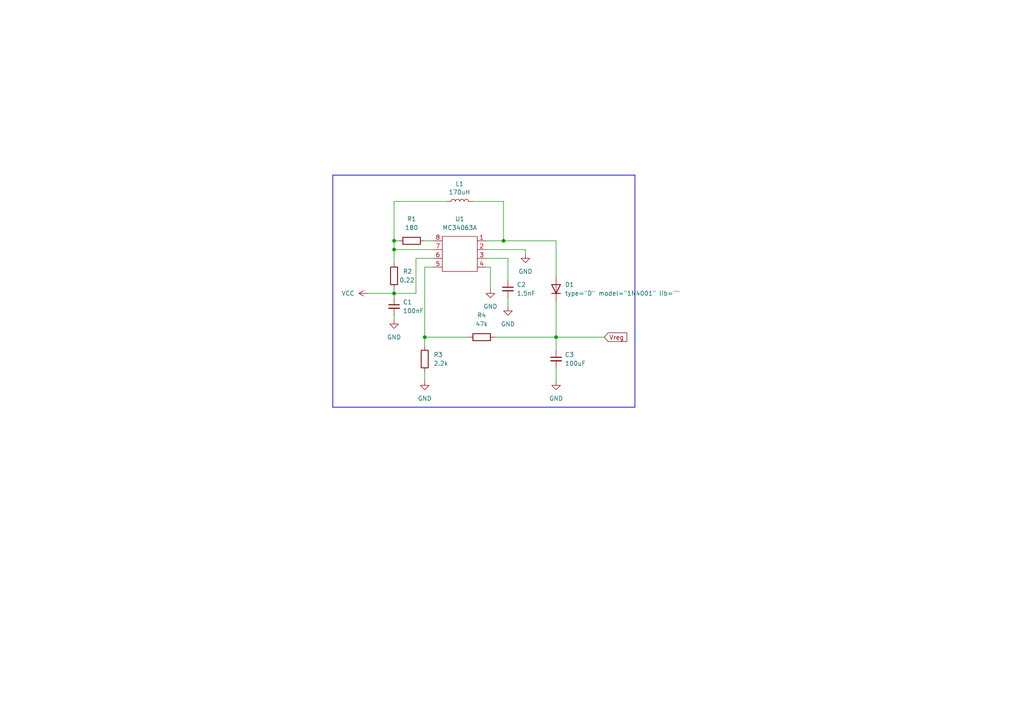
<source format=kicad_sch>
(kicad_sch (version 20211123) (generator eeschema)

  (uuid 122059e6-be23-46ea-ac53-6562d4fbfd9f)

  (paper "A4")

  (lib_symbols
    (symbol "Device:C_Small" (pin_numbers hide) (pin_names (offset 0.254) hide) (in_bom yes) (on_board yes)
      (property "Reference" "C" (id 0) (at 0.254 1.778 0)
        (effects (font (size 1.27 1.27)) (justify left))
      )
      (property "Value" "C_Small" (id 1) (at 0.254 -2.032 0)
        (effects (font (size 1.27 1.27)) (justify left))
      )
      (property "Footprint" "" (id 2) (at 0 0 0)
        (effects (font (size 1.27 1.27)) hide)
      )
      (property "Datasheet" "~" (id 3) (at 0 0 0)
        (effects (font (size 1.27 1.27)) hide)
      )
      (property "ki_keywords" "capacitor cap" (id 4) (at 0 0 0)
        (effects (font (size 1.27 1.27)) hide)
      )
      (property "ki_description" "Unpolarized capacitor, small symbol" (id 5) (at 0 0 0)
        (effects (font (size 1.27 1.27)) hide)
      )
      (property "ki_fp_filters" "C_*" (id 6) (at 0 0 0)
        (effects (font (size 1.27 1.27)) hide)
      )
      (symbol "C_Small_0_1"
        (polyline
          (pts
            (xy -1.524 -0.508)
            (xy 1.524 -0.508)
          )
          (stroke (width 0.3302) (type default) (color 0 0 0 0))
          (fill (type none))
        )
        (polyline
          (pts
            (xy -1.524 0.508)
            (xy 1.524 0.508)
          )
          (stroke (width 0.3048) (type default) (color 0 0 0 0))
          (fill (type none))
        )
      )
      (symbol "C_Small_1_1"
        (pin passive line (at 0 2.54 270) (length 2.032)
          (name "~" (effects (font (size 1.27 1.27))))
          (number "1" (effects (font (size 1.27 1.27))))
        )
        (pin passive line (at 0 -2.54 90) (length 2.032)
          (name "~" (effects (font (size 1.27 1.27))))
          (number "2" (effects (font (size 1.27 1.27))))
        )
      )
    )
    (symbol "Device:L" (pin_numbers hide) (pin_names (offset 1.016) hide) (in_bom yes) (on_board yes)
      (property "Reference" "L" (id 0) (at -1.27 0 90)
        (effects (font (size 1.27 1.27)))
      )
      (property "Value" "L" (id 1) (at 1.905 0 90)
        (effects (font (size 1.27 1.27)))
      )
      (property "Footprint" "" (id 2) (at 0 0 0)
        (effects (font (size 1.27 1.27)) hide)
      )
      (property "Datasheet" "~" (id 3) (at 0 0 0)
        (effects (font (size 1.27 1.27)) hide)
      )
      (property "ki_keywords" "inductor choke coil reactor magnetic" (id 4) (at 0 0 0)
        (effects (font (size 1.27 1.27)) hide)
      )
      (property "ki_description" "Inductor" (id 5) (at 0 0 0)
        (effects (font (size 1.27 1.27)) hide)
      )
      (property "ki_fp_filters" "Choke_* *Coil* Inductor_* L_*" (id 6) (at 0 0 0)
        (effects (font (size 1.27 1.27)) hide)
      )
      (symbol "L_0_1"
        (arc (start 0 -2.54) (mid 0.635 -1.905) (end 0 -1.27)
          (stroke (width 0) (type default) (color 0 0 0 0))
          (fill (type none))
        )
        (arc (start 0 -1.27) (mid 0.635 -0.635) (end 0 0)
          (stroke (width 0) (type default) (color 0 0 0 0))
          (fill (type none))
        )
        (arc (start 0 0) (mid 0.635 0.635) (end 0 1.27)
          (stroke (width 0) (type default) (color 0 0 0 0))
          (fill (type none))
        )
        (arc (start 0 1.27) (mid 0.635 1.905) (end 0 2.54)
          (stroke (width 0) (type default) (color 0 0 0 0))
          (fill (type none))
        )
      )
      (symbol "L_1_1"
        (pin passive line (at 0 3.81 270) (length 1.27)
          (name "1" (effects (font (size 1.27 1.27))))
          (number "1" (effects (font (size 1.27 1.27))))
        )
        (pin passive line (at 0 -3.81 90) (length 1.27)
          (name "2" (effects (font (size 1.27 1.27))))
          (number "2" (effects (font (size 1.27 1.27))))
        )
      )
    )
    (symbol "Device:R" (pin_numbers hide) (pin_names (offset 0)) (in_bom yes) (on_board yes)
      (property "Reference" "R" (id 0) (at 2.032 0 90)
        (effects (font (size 1.27 1.27)))
      )
      (property "Value" "R" (id 1) (at 0 0 90)
        (effects (font (size 1.27 1.27)))
      )
      (property "Footprint" "" (id 2) (at -1.778 0 90)
        (effects (font (size 1.27 1.27)) hide)
      )
      (property "Datasheet" "~" (id 3) (at 0 0 0)
        (effects (font (size 1.27 1.27)) hide)
      )
      (property "ki_keywords" "R res resistor" (id 4) (at 0 0 0)
        (effects (font (size 1.27 1.27)) hide)
      )
      (property "ki_description" "Resistor" (id 5) (at 0 0 0)
        (effects (font (size 1.27 1.27)) hide)
      )
      (property "ki_fp_filters" "R_*" (id 6) (at 0 0 0)
        (effects (font (size 1.27 1.27)) hide)
      )
      (symbol "R_0_1"
        (rectangle (start -1.016 -2.54) (end 1.016 2.54)
          (stroke (width 0.254) (type default) (color 0 0 0 0))
          (fill (type none))
        )
      )
      (symbol "R_1_1"
        (pin passive line (at 0 3.81 270) (length 1.27)
          (name "~" (effects (font (size 1.27 1.27))))
          (number "1" (effects (font (size 1.27 1.27))))
        )
        (pin passive line (at 0 -3.81 90) (length 1.27)
          (name "~" (effects (font (size 1.27 1.27))))
          (number "2" (effects (font (size 1.27 1.27))))
        )
      )
    )
    (symbol "Simulation_SPICE:DIODE" (pin_numbers hide) (pin_names (offset 1.016) hide) (in_bom yes) (on_board yes)
      (property "Reference" "D" (id 0) (at 0 2.54 0)
        (effects (font (size 1.27 1.27)))
      )
      (property "Value" "DIODE" (id 1) (at 0 -2.54 0)
        (effects (font (size 1.27 1.27)))
      )
      (property "Footprint" "" (id 2) (at 0 0 0)
        (effects (font (size 1.27 1.27)) hide)
      )
      (property "Datasheet" "~" (id 3) (at 0 0 0)
        (effects (font (size 1.27 1.27)) hide)
      )
      (property "Spice_Netlist_Enabled" "Y" (id 4) (at 0 0 0)
        (effects (font (size 1.27 1.27)) (justify left) hide)
      )
      (property "Spice_Primitive" "D" (id 5) (at 0 0 0)
        (effects (font (size 1.27 1.27)) (justify left) hide)
      )
      (property "ki_keywords" "simulation" (id 6) (at 0 0 0)
        (effects (font (size 1.27 1.27)) hide)
      )
      (property "ki_description" "Diode, anode on pin 1, for simulation only!" (id 7) (at 0 0 0)
        (effects (font (size 1.27 1.27)) hide)
      )
      (symbol "DIODE_0_1"
        (polyline
          (pts
            (xy 1.27 0)
            (xy -1.27 0)
          )
          (stroke (width 0) (type default) (color 0 0 0 0))
          (fill (type none))
        )
        (polyline
          (pts
            (xy 1.27 1.27)
            (xy 1.27 -1.27)
          )
          (stroke (width 0.254) (type default) (color 0 0 0 0))
          (fill (type none))
        )
        (polyline
          (pts
            (xy -1.27 -1.27)
            (xy -1.27 1.27)
            (xy 1.27 0)
            (xy -1.27 -1.27)
          )
          (stroke (width 0.254) (type default) (color 0 0 0 0))
          (fill (type none))
        )
      )
      (symbol "DIODE_1_1"
        (pin passive line (at -3.81 0 0) (length 2.54)
          (name "A" (effects (font (size 1.27 1.27))))
          (number "1" (effects (font (size 1.27 1.27))))
        )
        (pin passive line (at 3.81 0 180) (length 2.54)
          (name "K" (effects (font (size 1.27 1.27))))
          (number "2" (effects (font (size 1.27 1.27))))
        )
      )
    )
    (symbol "custom:MC34063A" (in_bom yes) (on_board yes)
      (property "Reference" "U" (id 0) (at 0 0 0)
        (effects (font (size 1.27 1.27)))
      )
      (property "Value" "MC34063A" (id 1) (at 0 -2.54 0)
        (effects (font (size 1.27 1.27)))
      )
      (property "Footprint" "" (id 2) (at 0 0 0)
        (effects (font (size 1.27 1.27)) hide)
      )
      (property "Datasheet" "" (id 3) (at 0 0 0)
        (effects (font (size 1.27 1.27)) hide)
      )
      (symbol "MC34063A_0_1"
        (rectangle (start -5.08 -5.08) (end 5.08 -15.24)
          (stroke (width 0) (type default) (color 0 0 0 0))
          (fill (type none))
        )
      )
      (symbol "MC34063A_1_1"
        (pin free line (at 7.62 -6.35 180) (length 2.54)
          (name "" (effects (font (size 1.27 1.27))))
          (number "1" (effects (font (size 1.27 1.27))))
        )
        (pin free line (at 7.62 -8.89 180) (length 2.54)
          (name "" (effects (font (size 1.27 1.27))))
          (number "2" (effects (font (size 1.27 1.27))))
        )
        (pin free line (at 7.62 -11.43 180) (length 2.54)
          (name "" (effects (font (size 1.27 1.27))))
          (number "3" (effects (font (size 1.27 1.27))))
        )
        (pin free line (at 7.62 -13.97 180) (length 2.54)
          (name "" (effects (font (size 1.27 1.27))))
          (number "4" (effects (font (size 1.27 1.27))))
        )
        (pin free line (at -7.62 -13.97 0) (length 2.54)
          (name "" (effects (font (size 1.27 1.27))))
          (number "5" (effects (font (size 1.27 1.27))))
        )
        (pin free line (at -7.62 -11.43 0) (length 2.54)
          (name "" (effects (font (size 1.27 1.27))))
          (number "6" (effects (font (size 1.27 1.27))))
        )
        (pin free line (at -7.62 -8.89 0) (length 2.54)
          (name "" (effects (font (size 1.27 1.27))))
          (number "7" (effects (font (size 1.27 1.27))))
        )
        (pin free line (at -7.62 -6.35 0) (length 2.54)
          (name "" (effects (font (size 1.27 1.27))))
          (number "8" (effects (font (size 1.27 1.27))))
        )
      )
    )
    (symbol "power:GND" (power) (pin_names (offset 0)) (in_bom yes) (on_board yes)
      (property "Reference" "#PWR" (id 0) (at 0 -6.35 0)
        (effects (font (size 1.27 1.27)) hide)
      )
      (property "Value" "GND" (id 1) (at 0 -3.81 0)
        (effects (font (size 1.27 1.27)))
      )
      (property "Footprint" "" (id 2) (at 0 0 0)
        (effects (font (size 1.27 1.27)) hide)
      )
      (property "Datasheet" "" (id 3) (at 0 0 0)
        (effects (font (size 1.27 1.27)) hide)
      )
      (property "ki_keywords" "power-flag" (id 4) (at 0 0 0)
        (effects (font (size 1.27 1.27)) hide)
      )
      (property "ki_description" "Power symbol creates a global label with name \"GND\" , ground" (id 5) (at 0 0 0)
        (effects (font (size 1.27 1.27)) hide)
      )
      (symbol "GND_0_1"
        (polyline
          (pts
            (xy 0 0)
            (xy 0 -1.27)
            (xy 1.27 -1.27)
            (xy 0 -2.54)
            (xy -1.27 -1.27)
            (xy 0 -1.27)
          )
          (stroke (width 0) (type default) (color 0 0 0 0))
          (fill (type none))
        )
      )
      (symbol "GND_1_1"
        (pin power_in line (at 0 0 270) (length 0) hide
          (name "GND" (effects (font (size 1.27 1.27))))
          (number "1" (effects (font (size 1.27 1.27))))
        )
      )
    )
    (symbol "power:VCC" (power) (pin_names (offset 0)) (in_bom yes) (on_board yes)
      (property "Reference" "#PWR" (id 0) (at 0 -3.81 0)
        (effects (font (size 1.27 1.27)) hide)
      )
      (property "Value" "VCC" (id 1) (at 0 3.81 0)
        (effects (font (size 1.27 1.27)))
      )
      (property "Footprint" "" (id 2) (at 0 0 0)
        (effects (font (size 1.27 1.27)) hide)
      )
      (property "Datasheet" "" (id 3) (at 0 0 0)
        (effects (font (size 1.27 1.27)) hide)
      )
      (property "ki_keywords" "power-flag" (id 4) (at 0 0 0)
        (effects (font (size 1.27 1.27)) hide)
      )
      (property "ki_description" "Power symbol creates a global label with name \"VCC\"" (id 5) (at 0 0 0)
        (effects (font (size 1.27 1.27)) hide)
      )
      (symbol "VCC_0_1"
        (polyline
          (pts
            (xy -0.762 1.27)
            (xy 0 2.54)
          )
          (stroke (width 0) (type default) (color 0 0 0 0))
          (fill (type none))
        )
        (polyline
          (pts
            (xy 0 0)
            (xy 0 2.54)
          )
          (stroke (width 0) (type default) (color 0 0 0 0))
          (fill (type none))
        )
        (polyline
          (pts
            (xy 0 2.54)
            (xy 0.762 1.27)
          )
          (stroke (width 0) (type default) (color 0 0 0 0))
          (fill (type none))
        )
      )
      (symbol "VCC_1_1"
        (pin power_in line (at 0 0 90) (length 0) hide
          (name "VCC" (effects (font (size 1.27 1.27))))
          (number "1" (effects (font (size 1.27 1.27))))
        )
      )
    )
  )

  (junction (at 114.3 85.09) (diameter 0) (color 0 0 0 0)
    (uuid 15b2c837-d779-4dcc-8fa4-0ac1393fec0c)
  )
  (junction (at 114.3 72.39) (diameter 0) (color 0 0 0 0)
    (uuid 1e2f336b-ff43-4d6d-81bd-a73b4c81b4f1)
  )
  (junction (at 123.19 97.79) (diameter 0) (color 0 0 0 0)
    (uuid 9d171ff5-d99a-4d3b-b37b-d160bfc1a204)
  )
  (junction (at 146.05 69.85) (diameter 0) (color 0 0 0 0)
    (uuid 9fae193c-3332-4ec7-b7ee-52d0d4fcaaf8)
  )
  (junction (at 114.3 69.85) (diameter 0) (color 0 0 0 0)
    (uuid d398fdbb-ab68-484c-ba5a-215f03c197fc)
  )
  (junction (at 161.29 97.79) (diameter 0) (color 0 0 0 0)
    (uuid db5d0b76-47c7-4556-be56-e26ea5e9e13f)
  )

  (wire (pts (xy 114.3 91.44) (xy 114.3 92.71))
    (stroke (width 0) (type default) (color 0 0 0 0))
    (uuid 046522e1-aee1-44a7-b4ae-982c97d069ad)
  )
  (wire (pts (xy 120.65 74.93) (xy 125.73 74.93))
    (stroke (width 0) (type default) (color 0 0 0 0))
    (uuid 08760085-85c1-4f26-bb53-fcd96b34748c)
  )
  (wire (pts (xy 114.3 69.85) (xy 114.3 58.42))
    (stroke (width 0) (type default) (color 0 0 0 0))
    (uuid 0e856b03-c14d-41e8-ac2b-755444dd6752)
  )
  (wire (pts (xy 146.05 69.85) (xy 161.29 69.85))
    (stroke (width 0) (type default) (color 0 0 0 0))
    (uuid 12665b32-8fbd-465c-81ab-86ab5b0e702a)
  )
  (wire (pts (xy 142.24 77.47) (xy 142.24 83.82))
    (stroke (width 0) (type default) (color 0 0 0 0))
    (uuid 17fe4358-fb21-484f-b8bd-7a437a3aee0d)
  )
  (polyline (pts (xy 184.15 50.8) (xy 96.52 50.8))
    (stroke (width 0.2) (type solid) (color 0 0 0 0))
    (uuid 30cebbd1-5030-4d9b-b123-28e90d071bc9)
  )

  (wire (pts (xy 114.3 69.85) (xy 114.3 72.39))
    (stroke (width 0) (type default) (color 0 0 0 0))
    (uuid 33765824-f36e-4246-9b4a-1ef90480d3fa)
  )
  (wire (pts (xy 123.19 107.95) (xy 123.19 110.49))
    (stroke (width 0) (type default) (color 0 0 0 0))
    (uuid 40a0bbaa-8c2a-4271-8a87-f50dfb462e9e)
  )
  (wire (pts (xy 114.3 83.82) (xy 114.3 85.09))
    (stroke (width 0) (type default) (color 0 0 0 0))
    (uuid 4717552f-e167-40f1-9ff5-0f224616bbef)
  )
  (polyline (pts (xy 96.52 50.8) (xy 96.52 118.11))
    (stroke (width 0.2) (type solid) (color 0 0 0 0))
    (uuid 4b1acee8-a69b-4dcd-afce-126c406617a2)
  )

  (wire (pts (xy 161.29 69.85) (xy 161.29 80.01))
    (stroke (width 0) (type default) (color 0 0 0 0))
    (uuid 4d78dfe5-03f2-4c33-b4a1-2f18bdaad215)
  )
  (wire (pts (xy 140.97 77.47) (xy 142.24 77.47))
    (stroke (width 0) (type default) (color 0 0 0 0))
    (uuid 5e5522dc-0a11-48e1-85b1-639c69522742)
  )
  (wire (pts (xy 120.65 85.09) (xy 120.65 74.93))
    (stroke (width 0) (type default) (color 0 0 0 0))
    (uuid 63cd540e-2bc1-4236-a25d-1cbd621683f2)
  )
  (wire (pts (xy 106.68 85.09) (xy 114.3 85.09))
    (stroke (width 0) (type default) (color 0 0 0 0))
    (uuid 65f4d6f5-b502-4173-be71-917160f60a78)
  )
  (wire (pts (xy 125.73 77.47) (xy 123.19 77.47))
    (stroke (width 0) (type default) (color 0 0 0 0))
    (uuid 66fa52d6-7cf2-4dad-8154-e607890679b7)
  )
  (wire (pts (xy 114.3 69.85) (xy 115.57 69.85))
    (stroke (width 0) (type default) (color 0 0 0 0))
    (uuid 68f36850-4934-45b2-8515-68ccd71b9f20)
  )
  (wire (pts (xy 152.4 72.39) (xy 152.4 73.66))
    (stroke (width 0) (type default) (color 0 0 0 0))
    (uuid 6bf4b5d2-68bf-4175-a244-dc44cf26a4fa)
  )
  (wire (pts (xy 147.32 86.36) (xy 147.32 88.9))
    (stroke (width 0) (type default) (color 0 0 0 0))
    (uuid 7208c50e-70b6-4561-bd85-dd7f43d245c9)
  )
  (wire (pts (xy 140.97 74.93) (xy 147.32 74.93))
    (stroke (width 0) (type default) (color 0 0 0 0))
    (uuid 72c593f1-12f6-42d2-bed9-e48bf11ae6dd)
  )
  (wire (pts (xy 123.19 77.47) (xy 123.19 97.79))
    (stroke (width 0) (type default) (color 0 0 0 0))
    (uuid 73d95285-f447-48b9-8a11-33d27e441d9c)
  )
  (wire (pts (xy 123.19 69.85) (xy 125.73 69.85))
    (stroke (width 0) (type default) (color 0 0 0 0))
    (uuid 7767b946-1cff-47a6-abf0-83e690f89cde)
  )
  (wire (pts (xy 114.3 85.09) (xy 114.3 86.36))
    (stroke (width 0) (type default) (color 0 0 0 0))
    (uuid 7e5d8197-2f03-4536-8f9d-6cfe0a696e32)
  )
  (polyline (pts (xy 96.52 118.11) (xy 184.15 118.11))
    (stroke (width 0.2) (type solid) (color 0 0 0 0))
    (uuid 8080e259-34ee-4ad4-b1d6-eae5d30f2cea)
  )

  (wire (pts (xy 147.32 74.93) (xy 147.32 81.28))
    (stroke (width 0) (type default) (color 0 0 0 0))
    (uuid 8a0751c6-5678-4a2f-b5dc-95e6a75fc72d)
  )
  (wire (pts (xy 114.3 58.42) (xy 129.54 58.42))
    (stroke (width 0) (type default) (color 0 0 0 0))
    (uuid 9a1f9e77-a132-469c-875a-f014ecdf9e2c)
  )
  (wire (pts (xy 161.29 97.79) (xy 161.29 101.6))
    (stroke (width 0) (type default) (color 0 0 0 0))
    (uuid a9b6a540-015e-457d-b229-9f0a0aa6dc7b)
  )
  (wire (pts (xy 123.19 97.79) (xy 135.89 97.79))
    (stroke (width 0) (type default) (color 0 0 0 0))
    (uuid ab84e122-c5df-4a1a-a0e6-9cc57c893134)
  )
  (wire (pts (xy 137.16 58.42) (xy 146.05 58.42))
    (stroke (width 0) (type default) (color 0 0 0 0))
    (uuid ad417f31-4e5a-4d2a-9451-128721d6987f)
  )
  (wire (pts (xy 140.97 72.39) (xy 152.4 72.39))
    (stroke (width 0) (type default) (color 0 0 0 0))
    (uuid b6994704-c58a-4b36-accd-4d527ca0149b)
  )
  (wire (pts (xy 114.3 72.39) (xy 125.73 72.39))
    (stroke (width 0) (type default) (color 0 0 0 0))
    (uuid b8004dba-b374-4886-bb3c-c0a826fe252d)
  )
  (wire (pts (xy 161.29 106.68) (xy 161.29 110.49))
    (stroke (width 0) (type default) (color 0 0 0 0))
    (uuid cc2de769-f54a-4cad-816c-3f13726d0480)
  )
  (wire (pts (xy 123.19 97.79) (xy 123.19 100.33))
    (stroke (width 0) (type default) (color 0 0 0 0))
    (uuid d37e76d8-9e1d-422e-b54c-5e51498cab84)
  )
  (wire (pts (xy 146.05 58.42) (xy 146.05 69.85))
    (stroke (width 0) (type default) (color 0 0 0 0))
    (uuid d4aede7f-3d4f-4772-836d-4395e6659997)
  )
  (wire (pts (xy 161.29 97.79) (xy 175.26 97.79))
    (stroke (width 0) (type default) (color 0 0 0 0))
    (uuid d5ed4cc4-a4ff-4f4e-a6f4-d9c30e8c56ed)
  )
  (wire (pts (xy 143.51 97.79) (xy 161.29 97.79))
    (stroke (width 0) (type default) (color 0 0 0 0))
    (uuid d902b03c-855e-4874-a48c-96e888586dfc)
  )
  (wire (pts (xy 114.3 85.09) (xy 120.65 85.09))
    (stroke (width 0) (type default) (color 0 0 0 0))
    (uuid dbb12bd2-a58b-463b-af6c-6f7879efbe92)
  )
  (polyline (pts (xy 184.15 118.11) (xy 184.15 50.8))
    (stroke (width 0.2) (type solid) (color 0 0 0 0))
    (uuid ee7db35c-e8ba-4787-be2a-259b631cc729)
  )

  (wire (pts (xy 146.05 69.85) (xy 140.97 69.85))
    (stroke (width 0) (type default) (color 0 0 0 0))
    (uuid ef83ae04-f2f8-421a-b289-dce74b65e541)
  )
  (wire (pts (xy 114.3 72.39) (xy 114.3 76.2))
    (stroke (width 0) (type default) (color 0 0 0 0))
    (uuid f454d156-63ec-4c7a-8bd0-d9fe815c620d)
  )
  (wire (pts (xy 161.29 97.79) (xy 161.29 87.63))
    (stroke (width 0) (type default) (color 0 0 0 0))
    (uuid fcbc4e45-32bd-468d-b369-6462d1f6d279)
  )

  (global_label "Vreg" (shape input) (at 175.26 97.79 0) (fields_autoplaced)
    (effects (font (size 1.27 1.27)) (justify left))
    (uuid a04b4408-7bfd-4bf9-889f-f2310416d05e)
    (property "Intersheet References" "${INTERSHEET_REFS}" (id 0) (at 181.7855 97.7106 0)
      (effects (font (size 1.27 1.27)) (justify left) hide)
    )
  )

  (symbol (lib_id "power:VCC") (at 106.68 85.09 90) (unit 1)
    (in_bom yes) (on_board yes) (fields_autoplaced)
    (uuid 0068eaf6-1c2a-4c95-9103-49927e756f84)
    (property "Reference" "#PWR0106" (id 0) (at 110.49 85.09 0)
      (effects (font (size 1.27 1.27)) hide)
    )
    (property "Value" "VCC" (id 1) (at 102.87 85.0899 90)
      (effects (font (size 1.27 1.27)) (justify left))
    )
    (property "Footprint" "" (id 2) (at 106.68 85.09 0)
      (effects (font (size 1.27 1.27)) hide)
    )
    (property "Datasheet" "" (id 3) (at 106.68 85.09 0)
      (effects (font (size 1.27 1.27)) hide)
    )
    (pin "1" (uuid 11da99d8-ff48-418a-9302-8f20e4167b4a))
  )

  (symbol (lib_id "Device:R") (at 114.3 80.01 180) (unit 1)
    (in_bom yes) (on_board yes)
    (uuid 0d48d927-0c62-490c-8616-63370b7e19ae)
    (property "Reference" "R2" (id 0) (at 116.84 78.7399 0)
      (effects (font (size 1.27 1.27)) (justify right))
    )
    (property "Value" "" (id 1) (at 115.8149 81.2689 0)
      (effects (font (size 1.27 1.27)) (justify right))
    )
    (property "Footprint" "" (id 2) (at 116.078 80.01 90)
      (effects (font (size 1.27 1.27)) hide)
    )
    (property "Datasheet" "~" (id 3) (at 114.3 80.01 0)
      (effects (font (size 1.27 1.27)) hide)
    )
    (pin "1" (uuid 5865a977-01de-4a27-a30a-62ed599cc7b6))
    (pin "2" (uuid 9171975a-7a11-471b-a550-cf01255601c1))
  )

  (symbol (lib_id "Device:R") (at 123.19 104.14 180) (unit 1)
    (in_bom yes) (on_board yes) (fields_autoplaced)
    (uuid 17059d7a-2c5c-4186-a2b5-cee0006b7dd0)
    (property "Reference" "R3" (id 0) (at 125.73 102.8699 0)
      (effects (font (size 1.27 1.27)) (justify right))
    )
    (property "Value" "" (id 1) (at 125.73 105.4099 0)
      (effects (font (size 1.27 1.27)) (justify right))
    )
    (property "Footprint" "" (id 2) (at 124.968 104.14 90)
      (effects (font (size 1.27 1.27)) hide)
    )
    (property "Datasheet" "~" (id 3) (at 123.19 104.14 0)
      (effects (font (size 1.27 1.27)) hide)
    )
    (pin "1" (uuid 8927df92-d047-438e-a566-80abe6b4e5ea))
    (pin "2" (uuid 2f79c1e2-01d4-4489-9f28-ae7d53865e94))
  )

  (symbol (lib_id "power:GND") (at 142.24 83.82 0) (unit 1)
    (in_bom yes) (on_board yes) (fields_autoplaced)
    (uuid 186f1c5d-adbf-4dc4-8be3-c86f413af14b)
    (property "Reference" "#PWR0104" (id 0) (at 142.24 90.17 0)
      (effects (font (size 1.27 1.27)) hide)
    )
    (property "Value" "GND" (id 1) (at 142.24 88.9 0))
    (property "Footprint" "" (id 2) (at 142.24 83.82 0)
      (effects (font (size 1.27 1.27)) hide)
    )
    (property "Datasheet" "" (id 3) (at 142.24 83.82 0)
      (effects (font (size 1.27 1.27)) hide)
    )
    (pin "1" (uuid 797f7585-a82d-42da-99db-33f5f0b26b61))
  )

  (symbol (lib_id "Device:C_Small") (at 114.3 88.9 0) (unit 1)
    (in_bom yes) (on_board yes) (fields_autoplaced)
    (uuid 1c119f4c-b2fc-401c-b8a1-3c7dcae4c723)
    (property "Reference" "C1" (id 0) (at 116.84 87.6362 0)
      (effects (font (size 1.27 1.27)) (justify left))
    )
    (property "Value" "" (id 1) (at 116.84 90.1762 0)
      (effects (font (size 1.27 1.27)) (justify left))
    )
    (property "Footprint" "" (id 2) (at 114.3 88.9 0)
      (effects (font (size 1.27 1.27)) hide)
    )
    (property "Datasheet" "~" (id 3) (at 114.3 88.9 0)
      (effects (font (size 1.27 1.27)) hide)
    )
    (pin "1" (uuid 4a6ef0a2-549d-45a5-8961-1ad6279d1f4c))
    (pin "2" (uuid c93f4e61-b7cd-4a29-a7f1-b7924146c435))
  )

  (symbol (lib_id "Device:L") (at 133.35 58.42 90) (unit 1)
    (in_bom yes) (on_board yes)
    (uuid 284e0dbf-bdfe-4909-9451-b4d60aa51523)
    (property "Reference" "L1" (id 0) (at 133.3144 53.3302 90))
    (property "Value" "" (id 1) (at 133.2668 55.7614 90))
    (property "Footprint" "" (id 2) (at 133.35 58.42 0)
      (effects (font (size 1.27 1.27)) hide)
    )
    (property "Datasheet" "~" (id 3) (at 133.35 58.42 0)
      (effects (font (size 1.27 1.27)) hide)
    )
    (pin "1" (uuid 40dac169-0b79-4e7e-a462-dac495c076d5))
    (pin "2" (uuid 4e252124-e390-4639-b72b-15e425a80223))
  )

  (symbol (lib_id "power:GND") (at 114.3 92.71 0) (unit 1)
    (in_bom yes) (on_board yes) (fields_autoplaced)
    (uuid 359e73e4-1eb1-486b-ab24-a2de62c29d30)
    (property "Reference" "#PWR0107" (id 0) (at 114.3 99.06 0)
      (effects (font (size 1.27 1.27)) hide)
    )
    (property "Value" "GND" (id 1) (at 114.3 97.79 0))
    (property "Footprint" "" (id 2) (at 114.3 92.71 0)
      (effects (font (size 1.27 1.27)) hide)
    )
    (property "Datasheet" "" (id 3) (at 114.3 92.71 0)
      (effects (font (size 1.27 1.27)) hide)
    )
    (pin "1" (uuid 270f6ef1-cad4-4503-9cd4-cc94e3e98f93))
  )

  (symbol (lib_id "Simulation_SPICE:DIODE") (at 161.29 83.82 270) (unit 1)
    (in_bom yes) (on_board yes) (fields_autoplaced)
    (uuid 49835585-bfbe-4cc3-94da-53980f6e0988)
    (property "Reference" "D1" (id 0) (at 163.83 82.5499 90)
      (effects (font (size 1.27 1.27)) (justify left))
    )
    (property "Value" "" (id 1) (at 163.83 85.0899 90)
      (effects (font (size 1.27 1.27)) (justify left))
    )
    (property "Footprint" "" (id 2) (at 161.29 83.82 0)
      (effects (font (size 1.27 1.27)) hide)
    )
    (property "Datasheet" "~" (id 3) (at 161.29 83.82 0)
      (effects (font (size 1.27 1.27)) hide)
    )
    (property "Spice_Netlist_Enabled" "Y" (id 4) (at 161.29 83.82 0)
      (effects (font (size 1.27 1.27)) (justify left) hide)
    )
    (property "Spice_Primitive" "D" (id 5) (at 161.29 83.82 0)
      (effects (font (size 1.27 1.27)) (justify left) hide)
    )
    (pin "1" (uuid 385f7cc9-3535-48ee-ae60-c63d8bb2baac))
    (pin "2" (uuid 51b70336-a501-45b1-b352-b97085ba139f))
  )

  (symbol (lib_id "Device:R") (at 139.7 97.79 270) (unit 1)
    (in_bom yes) (on_board yes) (fields_autoplaced)
    (uuid 5dcb9a5e-882d-4c62-a85a-aac7b813d233)
    (property "Reference" "R4" (id 0) (at 139.7 91.44 90))
    (property "Value" "" (id 1) (at 139.7 93.98 90))
    (property "Footprint" "" (id 2) (at 139.7 96.012 90)
      (effects (font (size 1.27 1.27)) hide)
    )
    (property "Datasheet" "~" (id 3) (at 139.7 97.79 0)
      (effects (font (size 1.27 1.27)) hide)
    )
    (pin "1" (uuid 9bbdcf96-4054-4779-bf00-926de516f053))
    (pin "2" (uuid 122bea38-41b6-489f-9eb6-e40aa624418c))
  )

  (symbol (lib_id "custom:MC34063A") (at 133.35 63.5 0) (unit 1)
    (in_bom yes) (on_board yes) (fields_autoplaced)
    (uuid 8e27709d-475c-4f75-8fd8-2b664804ed99)
    (property "Reference" "U1" (id 0) (at 133.35 63.5 0))
    (property "Value" "MC34063A" (id 1) (at 133.35 66.04 0))
    (property "Footprint" "Package_SO:SO-8_3.9x4.9mm_P1.27mm" (id 2) (at 133.35 63.5 0)
      (effects (font (size 1.27 1.27)) hide)
    )
    (property "Datasheet" "" (id 3) (at 133.35 63.5 0)
      (effects (font (size 1.27 1.27)) hide)
    )
    (pin "1" (uuid cc18d625-8913-4879-a6f7-931af88c56ef))
    (pin "2" (uuid cda38b57-4635-4996-b6e3-8625dea178c0))
    (pin "3" (uuid c095ddbf-eddd-4033-a6a5-d836ca7e52eb))
    (pin "4" (uuid fb9d8af7-8ad6-4801-a83e-d51284a4644a))
    (pin "5" (uuid 697f5d9d-86cf-4114-8ba9-1a2327b2245f))
    (pin "6" (uuid 69d9b628-4838-438b-850c-86879a1f4016))
    (pin "7" (uuid e91100c8-47a4-4a02-9ab4-493dbf7f1832))
    (pin "8" (uuid bae6a640-3628-47fa-bec7-c5ec301f7e85))
  )

  (symbol (lib_id "power:GND") (at 123.19 110.49 0) (unit 1)
    (in_bom yes) (on_board yes) (fields_autoplaced)
    (uuid 91116e14-a2d9-42ca-9531-5ed8636b6f33)
    (property "Reference" "#PWR0105" (id 0) (at 123.19 116.84 0)
      (effects (font (size 1.27 1.27)) hide)
    )
    (property "Value" "GND" (id 1) (at 123.19 115.57 0))
    (property "Footprint" "" (id 2) (at 123.19 110.49 0)
      (effects (font (size 1.27 1.27)) hide)
    )
    (property "Datasheet" "" (id 3) (at 123.19 110.49 0)
      (effects (font (size 1.27 1.27)) hide)
    )
    (pin "1" (uuid 6e428ca4-3e4b-4c99-a29d-703ed5af5680))
  )

  (symbol (lib_id "power:GND") (at 161.29 110.49 0) (unit 1)
    (in_bom yes) (on_board yes) (fields_autoplaced)
    (uuid 942f34c4-4f23-422b-9233-c75ad0b627d6)
    (property "Reference" "#PWR0102" (id 0) (at 161.29 116.84 0)
      (effects (font (size 1.27 1.27)) hide)
    )
    (property "Value" "GND" (id 1) (at 161.29 115.57 0))
    (property "Footprint" "" (id 2) (at 161.29 110.49 0)
      (effects (font (size 1.27 1.27)) hide)
    )
    (property "Datasheet" "" (id 3) (at 161.29 110.49 0)
      (effects (font (size 1.27 1.27)) hide)
    )
    (pin "1" (uuid 0be3d9b7-6a4a-43ba-9912-0e4792c96647))
  )

  (symbol (lib_id "Device:R") (at 119.38 69.85 90) (unit 1)
    (in_bom yes) (on_board yes) (fields_autoplaced)
    (uuid a1c19e25-2af4-4d17-aab9-d5a5b5a4f8de)
    (property "Reference" "R1" (id 0) (at 119.38 63.5 90))
    (property "Value" "" (id 1) (at 119.38 66.04 90))
    (property "Footprint" "" (id 2) (at 119.38 71.628 90)
      (effects (font (size 1.27 1.27)) hide)
    )
    (property "Datasheet" "~" (id 3) (at 119.38 69.85 0)
      (effects (font (size 1.27 1.27)) hide)
    )
    (pin "1" (uuid 9c33b1a2-7f37-42c9-8050-909bfbe1fdc3))
    (pin "2" (uuid b8bf66f5-3d28-4f73-b836-b7d3cb58c292))
  )

  (symbol (lib_id "power:GND") (at 152.4 73.66 0) (unit 1)
    (in_bom yes) (on_board yes) (fields_autoplaced)
    (uuid b990dcb6-67d2-493d-93a7-7283032738cf)
    (property "Reference" "#PWR0101" (id 0) (at 152.4 80.01 0)
      (effects (font (size 1.27 1.27)) hide)
    )
    (property "Value" "GND" (id 1) (at 152.4 78.74 0))
    (property "Footprint" "" (id 2) (at 152.4 73.66 0)
      (effects (font (size 1.27 1.27)) hide)
    )
    (property "Datasheet" "" (id 3) (at 152.4 73.66 0)
      (effects (font (size 1.27 1.27)) hide)
    )
    (pin "1" (uuid 6e0dcfc4-5e8b-4522-b8a1-cf9784958fcf))
  )

  (symbol (lib_id "Device:C_Small") (at 147.32 83.82 0) (unit 1)
    (in_bom yes) (on_board yes) (fields_autoplaced)
    (uuid c162483e-ca30-4c22-8245-feef1528e002)
    (property "Reference" "C2" (id 0) (at 149.86 82.5562 0)
      (effects (font (size 1.27 1.27)) (justify left))
    )
    (property "Value" "" (id 1) (at 149.86 85.0962 0)
      (effects (font (size 1.27 1.27)) (justify left))
    )
    (property "Footprint" "" (id 2) (at 147.32 83.82 0)
      (effects (font (size 1.27 1.27)) hide)
    )
    (property "Datasheet" "~" (id 3) (at 147.32 83.82 0)
      (effects (font (size 1.27 1.27)) hide)
    )
    (pin "1" (uuid 8a63e4f9-1b97-4b29-97bd-3c7f4acee2f8))
    (pin "2" (uuid f171b9bf-ce08-4464-9f2e-ddad830b0c10))
  )

  (symbol (lib_id "power:GND") (at 147.32 88.9 0) (unit 1)
    (in_bom yes) (on_board yes) (fields_autoplaced)
    (uuid cca5310e-0e4f-44c5-b7b6-027364c0ebaf)
    (property "Reference" "#PWR0103" (id 0) (at 147.32 95.25 0)
      (effects (font (size 1.27 1.27)) hide)
    )
    (property "Value" "GND" (id 1) (at 147.32 93.98 0))
    (property "Footprint" "" (id 2) (at 147.32 88.9 0)
      (effects (font (size 1.27 1.27)) hide)
    )
    (property "Datasheet" "" (id 3) (at 147.32 88.9 0)
      (effects (font (size 1.27 1.27)) hide)
    )
    (pin "1" (uuid a111e178-ba30-4592-9252-8c2754a0d2a1))
  )

  (symbol (lib_id "Device:C_Small") (at 161.29 104.14 0) (unit 1)
    (in_bom yes) (on_board yes) (fields_autoplaced)
    (uuid f29f9cc0-4ad5-4a5a-b06f-6ff074d11e03)
    (property "Reference" "C3" (id 0) (at 163.83 102.8762 0)
      (effects (font (size 1.27 1.27)) (justify left))
    )
    (property "Value" "" (id 1) (at 163.83 105.4162 0)
      (effects (font (size 1.27 1.27)) (justify left))
    )
    (property "Footprint" "" (id 2) (at 161.29 104.14 0)
      (effects (font (size 1.27 1.27)) hide)
    )
    (property "Datasheet" "~" (id 3) (at 161.29 104.14 0)
      (effects (font (size 1.27 1.27)) hide)
    )
    (pin "1" (uuid 0350aca9-7d28-46ea-8525-4b1fda6e5331))
    (pin "2" (uuid 2c6b8f20-abc5-4f41-a9f1-aa61e6d4979d))
  )

  (sheet_instances
    (path "/" (page "1"))
  )

  (symbol_instances
    (path "/b990dcb6-67d2-493d-93a7-7283032738cf"
      (reference "#PWR0101") (unit 1) (value "GND") (footprint "")
    )
    (path "/942f34c4-4f23-422b-9233-c75ad0b627d6"
      (reference "#PWR0102") (unit 1) (value "GND") (footprint "")
    )
    (path "/cca5310e-0e4f-44c5-b7b6-027364c0ebaf"
      (reference "#PWR0103") (unit 1) (value "GND") (footprint "")
    )
    (path "/186f1c5d-adbf-4dc4-8be3-c86f413af14b"
      (reference "#PWR0104") (unit 1) (value "GND") (footprint "")
    )
    (path "/91116e14-a2d9-42ca-9531-5ed8636b6f33"
      (reference "#PWR0105") (unit 1) (value "GND") (footprint "")
    )
    (path "/0068eaf6-1c2a-4c95-9103-49927e756f84"
      (reference "#PWR0106") (unit 1) (value "VCC") (footprint "")
    )
    (path "/359e73e4-1eb1-486b-ab24-a2de62c29d30"
      (reference "#PWR0107") (unit 1) (value "GND") (footprint "")
    )
    (path "/1c119f4c-b2fc-401c-b8a1-3c7dcae4c723"
      (reference "C1") (unit 1) (value "100nF") (footprint "Resistor_SMD:R_1206_3216Metric")
    )
    (path "/c162483e-ca30-4c22-8245-feef1528e002"
      (reference "C2") (unit 1) (value "1.5nF") (footprint "Resistor_SMD:R_1206_3216Metric")
    )
    (path "/f29f9cc0-4ad5-4a5a-b06f-6ff074d11e03"
      (reference "C3") (unit 1) (value "100uF") (footprint "Capacitor_THT:CP_Radial_D8.0mm_P3.50mm")
    )
    (path "/49835585-bfbe-4cc3-94da-53980f6e0988"
      (reference "D1") (unit 1) (value "1N4001") (footprint "Diode_THT:D_DO-41_SOD81_P12.70mm_Horizontal")
    )
    (path "/284e0dbf-bdfe-4909-9451-b4d60aa51523"
      (reference "L1") (unit 1) (value "170uH") (footprint "Inductor_THT:L_Toroid_Vertical_L13.0mm_W6.5mm_P5.60mm")
    )
    (path "/a1c19e25-2af4-4d17-aab9-d5a5b5a4f8de"
      (reference "R1") (unit 1) (value "180") (footprint "Resistor_SMD:R_1206_3216Metric")
    )
    (path "/0d48d927-0c62-490c-8616-63370b7e19ae"
      (reference "R2") (unit 1) (value "0.22") (footprint "Resistor_SMD:R_1206_3216Metric")
    )
    (path "/17059d7a-2c5c-4186-a2b5-cee0006b7dd0"
      (reference "R3") (unit 1) (value "2.2k") (footprint "Resistor_SMD:R_1206_3216Metric")
    )
    (path "/5dcb9a5e-882d-4c62-a85a-aac7b813d233"
      (reference "R4") (unit 1) (value "47k") (footprint "Resistor_SMD:R_1206_3216Metric")
    )
    (path "/8e27709d-475c-4f75-8fd8-2b664804ed99"
      (reference "U1") (unit 1) (value "MC34063A") (footprint "Package_SO:SO-8_3.9x4.9mm_P1.27mm")
    )
  )
)

</source>
